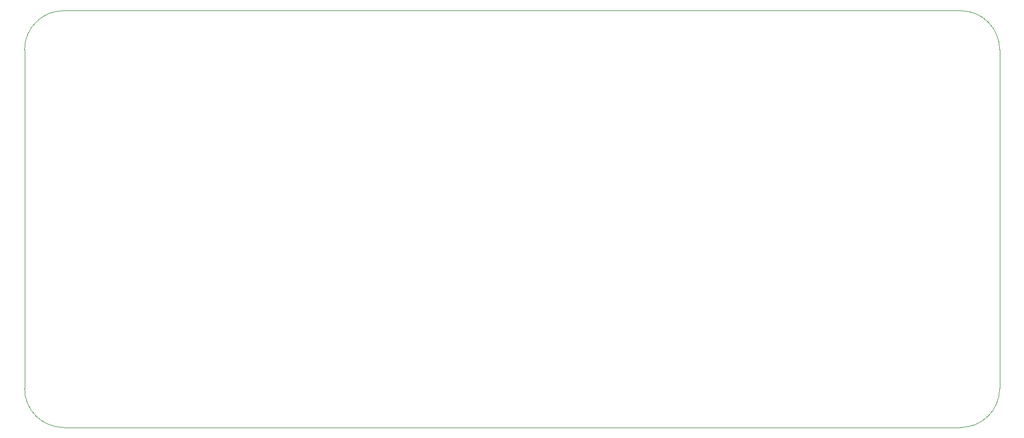
<source format=gm1>
G04 #@! TF.GenerationSoftware,KiCad,Pcbnew,6.0.7-f9a2dced07~116~ubuntu22.04.1*
G04 #@! TF.CreationDate,2022-09-04T10:12:19-07:00*
G04 #@! TF.ProjectId,keypad-base-rp2040,6b657970-6164-42d6-9261-73652d727032,Jun2021*
G04 #@! TF.SameCoordinates,PX55fe290PY71d9820*
G04 #@! TF.FileFunction,Profile,NP*
%FSLAX46Y46*%
G04 Gerber Fmt 4.6, Leading zero omitted, Abs format (unit mm)*
G04 Created by KiCad (PCBNEW 6.0.7-f9a2dced07~116~ubuntu22.04.1) date 2022-09-04 10:12:19*
%MOMM*%
%LPD*%
G01*
G04 APERTURE LIST*
G04 #@! TA.AperFunction,Profile*
%ADD10C,0.050000*%
G04 #@! TD*
G04 APERTURE END LIST*
D10*
X1230000Y7380000D02*
G75*
G03*
X7230000Y1380000I6000000J0D01*
G01*
X7230000Y1380000D02*
X145430000Y1380000D01*
X151430000Y59580000D02*
G75*
G03*
X145430000Y65580000I-6000000J0D01*
G01*
X151430000Y7380000D02*
X151430000Y59580000D01*
X7230000Y65580000D02*
G75*
G03*
X1230000Y59580000I0J-6000000D01*
G01*
X145430000Y65580000D02*
X7230000Y65580000D01*
X1230000Y59580000D02*
X1230000Y7380000D01*
X145430000Y1380000D02*
G75*
G03*
X151430000Y7380000I0J6000000D01*
G01*
M02*

</source>
